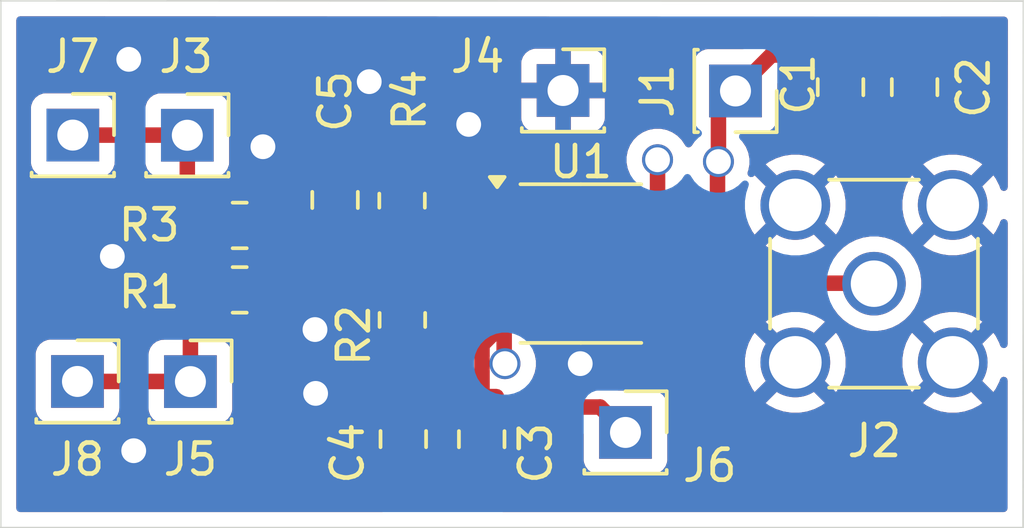
<source format=kicad_pcb>
(kicad_pcb (version 20241229) (generator "pcbnew") (generator_version "9.0")
  (layers (0 "F.Cu" signal) (2 "B.Cu" signal) (13 "F.Paste" user) (15 "B.Paste" user) (5 "F.SilkS" user "F.Silkscreen") (7 "B.SilkS" user "B.Silkscreen") (1 "F.Mask" user) (3 "B.Mask" user) (25 "Edge.Cuts" user))
  (net 0 "")
  (net 1 "+VSW")
  (net 2 "GND")
  (net 3 "-VSW")
  (net 4 "Net-(J2-In)")
  (net 5 "Net-(U1--)")
  (net 6 "Net-(U1-+)")
  (net 8 "Net-(U1-FB)")
  (net 9 "Net-(J3-Pin_1)")
  (net 10 "Net-(J5-Pin_1)")
  (footprint "Package_SO:SOIC-8-1EP_3.9x4.9mm_P1.27mm_EP2.29x3mm" (layer "F.Cu") (at 119.73 67.48)
    (property "Reference" "U1" (at 0 -3.28 0) (layer "F.SilkS"))
    (property "Value" "ADA4817")
    (fp_line (start 0 -2.56) (end -1.95 -2.56) (stroke (width 0.12)) (layer "F.SilkS"))
    (fp_line (start 0 -2.56) (end 1.95 -2.56) (stroke (width 0.12)) (layer "F.SilkS"))
    (fp_line (start 0 2.56) (end -1.95 2.56) (stroke (width 0.12)) (layer "F.SilkS"))
    (fp_line (start 0 2.56) (end 1.95 2.56) (stroke (width 0.12)) (layer "F.SilkS"))
    (fp_poly (pts (xy -2.7 -2.465) (xy -2.94 -2.795) (xy -2.46 -2.795) (xy -2.7 -2.465)) (stroke (width 0.12)) (fill yes) (layer "F.SilkS"))
    (pad "1" smd roundrect (at -2.475 -1.905) (size 1.95 0.6) (layers "F.Cu" "F.Mask" "F.Paste") (net 8 "Net-(U1-FB)"))
    (pad "2" smd roundrect (at -2.475 -0.635) (size 1.95 0.6) (layers "F.Cu" "F.Mask" "F.Paste") (net 5 "Net-(U1--)"))
    (pad "3" smd roundrect (at -2.475 0.635) (size 1.95 0.6) (layers "F.Cu" "F.Mask" "F.Paste") (net 6 "Net-(U1-+)"))
    (pad "4" smd roundrect (at -2.475 1.905) (size 1.95 0.6) (layers "F.Cu" "F.Mask" "F.Paste") (net 3 "-VSW"))
    (pad "5" smd roundrect (at 2.475 1.905) (size 1.95 0.6) (layers "F.Cu" "F.Mask" "F.Paste"))
    (pad "6" smd roundrect (at 2.475 0.635) (size 1.95 0.6) (layers "F.Cu" "F.Mask" "F.Paste") (net 4 "Net-(J2-In)"))
    (pad "7" smd roundrect (at 2.475 -0.635) (size 1.95 0.6) (layers "F.Cu" "F.Mask" "F.Paste") (net 1 "+VSW"))
    (pad "8" smd roundrect (at 2.475 -1.905) (size 1.95 0.6) (layers "F.Cu" "F.Mask" "F.Paste") (net 1 "+VSW"))
    (pad "9" smd rect (at 0 0) (size 2.29 3) (property pad_prop_heatsink) (layers "F.Cu" "F.Mask") (net 2 "GND"))
  )
  (footprint "Capacitor_SMD:C_0805_2012Metric_Pad1.18x1.45mm_HandSolder" (layer "F.Cu") (at 114 73.145 -90)
    (property "Reference" "C4" (at 0.455 1.8 90) (layer "F.SilkS"))
    (property "Value" "C" (hide yes))
    (fp_line (start -0.261252 0.735) (end 0.261252 0.735) (stroke (width 0.12)) (layer "F.SilkS"))
    (fp_line (start -0.261252 -0.735) (end 0.261252 -0.735) (stroke (width 0.12)) (layer "F.SilkS"))
    (pad "1" smd roundrect (at -1.0375 0 270) (size 1.175 1.45) (layers "F.Cu" "F.Mask" "F.Paste") (roundrect_rratio 0.212766) (net 3 "-VSW"))
    (pad "2" smd roundrect (at 1.0375 0 270) (size 1.175 1.45) (layers "F.Cu" "F.Mask" "F.Paste") (roundrect_rratio 0.212766) (net 2 "GND"))
  )
  (footprint "Capacitor_SMD:C_0805_2012Metric_Pad1.18x1.45mm_HandSolder" (layer "F.Cu") (at 128.11 61.7875 -90)
    (property "Reference" "C1" (at -0.0875 1.36 90) (layer "F.SilkS"))
    (property "Value" "C" (hide yes))
    (fp_line (start -0.261252 0.735) (end 0.261252 0.735) (stroke (width 0.12)) (layer "F.SilkS"))
    (fp_line (start -0.261252 -0.735) (end 0.261252 -0.735) (stroke (width 0.12)) (layer "F.SilkS"))
    (pad "1" smd roundrect (at -1.0375 0 270) (size 1.175 1.45) (layers "F.Cu" "F.Mask" "F.Paste") (roundrect_rratio 0.212766) (net 1 "+VSW"))
    (pad "2" smd roundrect (at 1.0375 0 270) (size 1.175 1.45) (layers "F.Cu" "F.Mask" "F.Paste") (roundrect_rratio 0.212766) (net 2 "GND"))
  )
  (footprint "Connector_PinSocket_2.54mm:PinSocket_1x01_P2.54mm_Vertical" (layer "F.Cu") (at 124.72 61.91 -90)
    (property "Reference" "J1" (at 0 2.52 270) (layer "F.SilkS"))
    (property "Value" "Conn_01x01_Pin" (hide yes))
    (fp_line (start -1.33 1.33) (end 1.33 1.33) (stroke (width 0.12)) (layer "F.SilkS"))
    (fp_line (start -1.33 1.21) (end -1.33 1.33) (stroke (width 0.12)) (layer "F.SilkS"))
    (fp_line (start 1.33 1.21) (end 1.33 1.33) (stroke (width 0.12)) (layer "F.SilkS"))
    (fp_line (start 0 -1.33) (end 1.33 -1.33) (stroke (width 0.12)) (layer "F.SilkS"))
    (fp_line (start 1.33 -1.33) (end 1.33 0) (stroke (width 0.12)) (layer "F.SilkS"))
    (pad "1" thru_hole rect (at 0 0 270) (size 1.7 1.7) (drill 1) (layers "*.Cu" "*.Mask") (net 1 "+VSW"))
  )
  (footprint "Capacitor_SMD:C_0805_2012Metric_Pad1.18x1.45mm_HandSolder" (layer "F.Cu") (at 111.7975 65.4275 90)
    (property "Reference" "C5" (at 3.1775 0.0025 90) (layer "F.SilkS"))
    (property "Value" "C" (hide yes))
    (fp_line (start -0.261252 -0.735) (end 0.261252 -0.735) (stroke (width 0.12)) (layer "F.SilkS"))
    (fp_line (start -0.261252 0.735) (end 0.261252 0.735) (stroke (width 0.12)) (layer "F.SilkS"))
    (pad "1" smd roundrect (at -1.0375 0 90) (size 1.175 1.45) (layers "F.Cu" "F.Mask" "F.Paste") (roundrect_rratio 0.212766) (net 5 "Net-(U1--)"))
    (pad "2" smd roundrect (at 1.0375 0 90) (size 1.175 1.45) (layers "F.Cu" "F.Mask" "F.Paste") (roundrect_rratio 0.212766) (net 8 "Net-(U1-FB)"))
  )
  (footprint "Capacitor_SMD:C_0805_2012Metric_Pad1.18x1.45mm_HandSolder" (layer "F.Cu") (at 130.5 61.7875 -90)
    (property "Reference" "C2" (at 0.0125 -1.9 90) (layer "F.SilkS"))
    (property "Value" "C" (hide yes))
    (fp_line (start -0.261252 0.735) (end 0.261252 0.735) (stroke (width 0.12)) (layer "F.SilkS"))
    (fp_line (start -0.261252 -0.735) (end 0.261252 -0.735) (stroke (width 0.12)) (layer "F.SilkS"))
    (pad "1" smd roundrect (at -1.0375 0 270) (size 1.175 1.45) (layers "F.Cu" "F.Mask" "F.Paste") (roundrect_rratio 0.212766) (net 1 "+VSW"))
    (pad "2" smd roundrect (at 1.0375 0 270) (size 1.175 1.45) (layers "F.Cu" "F.Mask" "F.Paste") (roundrect_rratio 0.212766) (net 2 "GND"))
  )
  (footprint "Connector_PinSocket_2.54mm:PinSocket_1x01_P2.54mm_Vertical" (layer "F.Cu") (at 107.13 71.29)
    (property "Reference" "J5" (at 0 2.51 0) (layer "F.SilkS"))
    (property "Value" "Conn_01x01_Pin" (hide yes))
    (fp_line (start -1.33 1.21) (end -1.33 1.33) (stroke (width 0.12)) (layer "F.SilkS"))
    (fp_line (start -1.33 1.33) (end 1.33 1.33) (stroke (width 0.12)) (layer "F.SilkS"))
    (fp_line (start 0 -1.33) (end 1.33 -1.33) (stroke (width 0.12)) (layer "F.SilkS"))
    (fp_line (start 1.33 -1.33) (end 1.33 0) (stroke (width 0.12)) (layer "F.SilkS"))
    (fp_line (start 1.33 1.21) (end 1.33 1.33) (stroke (width 0.12)) (layer "F.SilkS"))
    (pad "1" thru_hole rect (at 0 0) (size 1.7 1.7) (drill 1) (layers "*.Cu" "*.Mask") (net 10 "Net-(J5-Pin_1)"))
  )
  (footprint "Resistor_SMD:R_0805_2012Metric_Pad1.20x1.40mm_HandSolder" (layer "F.Cu") (at 108.72 66.25)
    (property "Reference" "R3" (at -2.92 -0.01 0) (layer "F.SilkS"))
    (property "Value" "R" (hide yes))
    (fp_line (start -0.227064 -0.735) (end 0.227064 -0.735) (stroke (width 0.12)) (layer "F.SilkS"))
    (fp_line (start -0.227064 0.735) (end 0.227064 0.735) (stroke (width 0.12)) (layer "F.SilkS"))
    (pad "1" smd roundrect (at -1 0) (size 1.2 1.4) (layers "F.Cu" "F.Mask" "F.Paste") (roundrect_rratio 0.208333) (net 9 "Net-(J3-Pin_1)"))
    (pad "2" smd roundrect (at 1 0) (size 1.2 1.4) (layers "F.Cu" "F.Mask" "F.Paste") (roundrect_rratio 0.208333) (net 5 "Net-(U1--)"))
  )
  (footprint "Connector_PinSocket_2.54mm:PinSocket_1x01_P2.54mm_Vertical" (layer "F.Cu") (at 107.03 63.34)
    (property "Reference" "J3" (at -0.04 -2.54 0) (layer "F.SilkS"))
    (property "Value" "Conn_01x01_Pin" (hide yes))
    (fp_line (start -1.33 1.21) (end -1.33 1.33) (stroke (width 0.12)) (layer "F.SilkS"))
    (fp_line (start -1.33 1.33) (end 1.33 1.33) (stroke (width 0.12)) (layer "F.SilkS"))
    (fp_line (start 0 -1.33) (end 1.33 -1.33) (stroke (width 0.12)) (layer "F.SilkS"))
    (fp_line (start 1.33 -1.33) (end 1.33 0) (stroke (width 0.12)) (layer "F.SilkS"))
    (fp_line (start 1.33 1.21) (end 1.33 1.33) (stroke (width 0.12)) (layer "F.SilkS"))
    (pad "1" thru_hole rect (at 0 0) (size 1.7 1.7) (drill 1) (layers "*.Cu" "*.Mask") (net 9 "Net-(J3-Pin_1)"))
  )
  (footprint "Capacitor_SMD:C_0805_2012Metric_Pad1.18x1.45mm_HandSolder" (layer "F.Cu") (at 116.53 73.1475 -90)
    (property "Reference" "C3" (at 0.4525 -1.74 90) (layer "F.SilkS"))
    (property "Value" "C" (hide yes))
    (fp_line (start -0.261252 0.735) (end 0.261252 0.735) (stroke (width 0.12)) (layer "F.SilkS"))
    (fp_line (start -0.261252 -0.735) (end 0.261252 -0.735) (stroke (width 0.12)) (layer "F.SilkS"))
    (pad "1" smd roundrect (at -1.0375 0 270) (size 1.175 1.45) (layers "F.Cu" "F.Mask" "F.Paste") (roundrect_rratio 0.212766) (net 3 "-VSW"))
    (pad "2" smd roundrect (at 1.0375 0 270) (size 1.175 1.45) (layers "F.Cu" "F.Mask" "F.Paste") (roundrect_rratio 0.212766) (net 2 "GND"))
  )
  (footprint "Resistor_SMD:R_0805_2012Metric_Pad1.20x1.40mm_HandSolder" (layer "F.Cu") (at 113.97 69.3 90)
    (property "Reference" "R2" (at -0.5 -1.57 90) (layer "F.SilkS"))
    (property "Value" "R" (hide yes))
    (fp_line (start -0.227064 -0.735) (end 0.227064 -0.735) (stroke (width 0.12)) (layer "F.SilkS"))
    (fp_line (start -0.227064 0.735) (end 0.227064 0.735) (stroke (width 0.12)) (layer "F.SilkS"))
    (pad "1" smd roundrect (at -1 0 90) (size 1.2 1.4) (layers "F.Cu" "F.Mask" "F.Paste") (roundrect_rratio 0.208333) (net 2 "GND"))
    (pad "2" smd roundrect (at 1 0 90) (size 1.2 1.4) (layers "F.Cu" "F.Mask" "F.Paste") (roundrect_rratio 0.208333) (net 6 "Net-(U1-+)"))
  )
  (footprint "Connector_PinSocket_2.54mm:PinSocket_1x01_P2.54mm_Vertical" (layer "F.Cu") (at 119.155 61.895)
    (property "Reference" "J4" (at -2.755 -1.095 0) (layer "F.SilkS"))
    (property "Value" "Conn_01x01_Pin" (hide yes))
    (fp_line (start -1.33 1.21) (end -1.33 1.33) (stroke (width 0.12)) (layer "F.SilkS"))
    (fp_line (start -1.33 1.33) (end 1.33 1.33) (stroke (width 0.12)) (layer "F.SilkS"))
    (fp_line (start 0 -1.33) (end 1.33 -1.33) (stroke (width 0.12)) (layer "F.SilkS"))
    (fp_line (start 1.33 -1.33) (end 1.33 0) (stroke (width 0.12)) (layer "F.SilkS"))
    (fp_line (start 1.33 1.21) (end 1.33 1.33) (stroke (width 0.12)) (layer "F.SilkS"))
    (pad "1" thru_hole rect (at 0 0) (size 1.7 1.7) (drill 1) (layers "*.Cu" "*.Mask") (net 2 "GND"))
  )
  (footprint "Connector_PinSocket_2.54mm:PinSocket_1x01_P2.54mm_Vertical" (layer "F.Cu") (at 103.335 63.335)
    (property "Reference" "J7" (at 0 -2.535 0) (layer "F.SilkS"))
    (property "Value" "Conn_01x01_Pin" (hide yes))
    (fp_line (start -1.33 1.21) (end -1.33 1.33) (stroke (width 0.12)) (layer "F.SilkS"))
    (fp_line (start -1.33 1.33) (end 1.33 1.33) (stroke (width 0.12)) (layer "F.SilkS"))
    (fp_line (start 0 -1.33) (end 1.33 -1.33) (stroke (width 0.12)) (layer "F.SilkS"))
    (fp_line (start 1.33 -1.33) (end 1.33 0) (stroke (width 0.12)) (layer "F.SilkS"))
    (fp_line (start 1.33 1.21) (end 1.33 1.33) (stroke (width 0.12)) (layer "F.SilkS"))
    (pad "1" thru_hole rect (at 0 0) (size 1.7 1.7) (drill 1) (layers "*.Cu" "*.Mask") (net 9 "Net-(J3-Pin_1)"))
  )
  (footprint "Connector_PinSocket_2.54mm:PinSocket_1x01_P2.54mm_Vertical" (layer "F.Cu") (at 103.485 71.285)
    (property "Reference" "J8" (at 0 2.515 0) (layer "F.SilkS"))
    (property "Value" "Conn_01x01_Pin" (hide yes))
    (fp_line (start -1.33 1.21) (end -1.33 1.33) (stroke (width 0.12)) (layer "F.SilkS"))
    (fp_line (start -1.33 1.33) (end 1.33 1.33) (stroke (width 0.12)) (layer "F.SilkS"))
    (fp_line (start 0 -1.33) (end 1.33 -1.33) (stroke (width 0.12)) (layer "F.SilkS"))
    (fp_line (start 1.33 -1.33) (end 1.33 0) (stroke (width 0.12)) (layer "F.SilkS"))
    (fp_line (start 1.33 1.21) (end 1.33 1.33) (stroke (width 0.12)) (layer "F.SilkS"))
    (pad "1" thru_hole rect (at 0 0) (size 1.7 1.7) (drill 1) (layers "*.Cu" "*.Mask") (net 10 "Net-(J5-Pin_1)"))
  )
  (footprint "Resistor_SMD:R_0805_2012Metric_Pad1.20x1.40mm_HandSolder" (layer "F.Cu") (at 113.96 65.45 90)
    (property "Reference" "R4" (at 3.25 0.24 90) (layer "F.SilkS"))
    (property "Value" "R" (hide yes))
    (fp_line (start -0.227064 -0.735) (end 0.227064 -0.735) (stroke (width 0.12)) (layer "F.SilkS"))
    (fp_line (start -0.227064 0.735) (end 0.227064 0.735) (stroke (width 0.12)) (layer "F.SilkS"))
    (pad "1" smd roundrect (at -1 0 90) (size 1.2 1.4) (layers "F.Cu" "F.Mask" "F.Paste") (roundrect_rratio 0.208333) (net 5 "Net-(U1--)"))
    (pad "2" smd roundrect (at 1 0 90) (size 1.2 1.4) (layers "F.Cu" "F.Mask" "F.Paste") (roundrect_rratio 0.208333) (net 8 "Net-(U1-FB)"))
  )
  (footprint "Connector_PinSocket_2.54mm:PinSocket_1x01_P2.54mm_Vertical" (layer "F.Cu") (at 121.17 72.93)
    (property "Reference" "J6" (at 2.72 1.07 0) (layer "F.SilkS"))
    (property "Value" "Conn_01x01_Pin" (hide yes))
    (fp_line (start -1.33 1.21) (end -1.33 1.33) (stroke (width 0.12)) (layer "F.SilkS"))
    (fp_line (start -1.33 1.33) (end 1.33 1.33) (stroke (width 0.12)) (layer "F.SilkS"))
    (fp_line (start 0 -1.33) (end 1.33 -1.33) (stroke (width 0.12)) (layer "F.SilkS"))
    (fp_line (start 1.33 -1.33) (end 1.33 0) (stroke (width 0.12)) (layer "F.SilkS"))
    (fp_line (start 1.33 1.21) (end 1.33 1.33) (stroke (width 0.12)) (layer "F.SilkS"))
    (pad "1" thru_hole rect (at 0 0) (size 1.7 1.7) (drill 1) (layers "*.Cu" "*.Mask") (net 3 "-VSW"))
  )
  (footprint "Connector_Coaxial:SMA_Amphenol_901-144_Vertical" (layer "F.Cu") (at 129.19 68.13)
    (property "Reference" "J2" (at 0.01 5.07 0) (layer "F.SilkS"))
    (property "Value" "Conn_Coaxial" (hide yes))
    (fp_line (start -3.355 -1.45) (end -3.355 1.45) (stroke (width 0.12)) (layer "F.SilkS"))
    (fp_line (start -1.45 -3.355) (end 1.45 -3.355) (stroke (width 0.12)) (layer "F.SilkS"))
    (fp_line (start -1.45 3.355) (end 1.45 3.355) (stroke (width 0.12)) (layer "F.SilkS"))
    (fp_line (start 3.355 -1.45) (end 3.355 1.45) (stroke (width 0.12)) (layer "F.SilkS"))
    (pad "1" thru_hole circle (at 0 0) (size 2.05 2.05) (drill 1.5) (layers "*.Cu" "*.Mask") (net 4 "Net-(J2-In)"))
    (pad "2" thru_hole circle (at -2.54 -2.54) (size 2.25 2.25) (drill 1.7) (layers "*.Cu" "*.Mask") (net 2 "GND"))
    (pad "2" thru_hole circle (at -2.54 2.54) (size 2.25 2.25) (drill 1.7) (layers "*.Cu" "*.Mask") (net 2 "GND"))
    (pad "2" thru_hole circle (at 2.54 -2.54) (size 2.25 2.25) (drill 1.7) (layers "*.Cu" "*.Mask") (net 2 "GND"))
    (pad "2" thru_hole circle (at 2.54 2.54) (size 2.25 2.25) (drill 1.7) (layers "*.Cu" "*.Mask") (net 2 "GND"))
  )
  (footprint "Resistor_SMD:R_0805_2012Metric_Pad1.20x1.40mm_HandSolder" (layer "F.Cu") (at 108.72 68.33)
    (property "Reference" "R1" (at -2.92 0.07 0) (layer "F.SilkS"))
    (property "Value" "R" (hide yes))
    (fp_line (start -0.227064 -0.735) (end 0.227064 -0.735) (stroke (width 0.12)) (layer "F.SilkS"))
    (fp_line (start -0.227064 0.735) (end 0.227064 0.735) (stroke (width 0.12)) (layer "F.SilkS"))
    (pad "1" smd roundrect (at -1 0) (size 1.2 1.4) (layers "F.Cu" "F.Mask" "F.Paste") (roundrect_rratio 0.208333) (net 10 "Net-(J5-Pin_1)"))
    (pad "2" smd roundrect (at 1 0) (size 1.2 1.4) (layers "F.Cu" "F.Mask" "F.Paste") (roundrect_rratio 0.208333) (net 6 "Net-(U1-+)"))
  )
  (gr_line (start 134.01 59.01) (end 101.01 59) (stroke (width 0.05)) (layer "Edge.Cuts"))
  (gr_line (start 134.01 59.01) (end 134 76) (stroke (width 0.05)) (layer "Edge.Cuts"))
  (gr_line (start 101.01 76) (end 134 76) (stroke (width 0.05)) (layer "Edge.Cuts"))
  (gr_line (start 101.01 59) (end 101.01 76) (stroke (width 0.05)) (layer "Edge.Cuts"))
  (segment (start 123.765 66.845) (end 122.205 66.845) (width 0.5) (layer "F.Cu") (net 1))
  (segment (start 124.17 64.19) (end 124.14 64.22) (width 0.5) (layer "F.Cu") (net 1))
  (segment (start 122.205 64.13) (end 122.205 65.575) (width 0.5) (layer "F.Cu") (net 1))
  (segment (start 125.88 60.75) (end 124.72 61.91) (width 0.5) (layer "F.Cu") (net 1))
  (segment (start 124.17 62.46) (end 124.72 61.91) (width 0.5) (layer "F.Cu") (net 1))
  (segment (start 128.11 60.75) (end 125.88 60.75) (width 0.5) (layer "F.Cu") (net 1))
  (segment (start 124.17 64.19) (end 124.17 62.46) (width 0.5) (layer "F.Cu") (net 1))
  (segment (start 124.14 64.22) (end 124.14 66.47) (width 0.5) (layer "F.Cu") (net 1))
  (segment (start 124.14 66.47) (end 123.765 66.845) (width 0.5) (layer "F.Cu") (net 1))
  (segment (start 130.5 60.75) (end 128.11 60.75) (width 0.5) (layer "F.Cu") (net 1))
  (via (at 122.205 64.13) (size 1) (drill 0.8) (layers "F.Cu" "B.Cu") (net 1))
  (via (at 124.17 64.19) (size 1) (drill 0.8) (layers "F.Cu" "B.Cu") (net 1))
  (via (at 111.15 69.61) (size 1) (drill 0.8) (layers "F.Cu" "B.Cu") (net 2))
  (via (at 112.9 61.61) (size 1) (drill 0.8) (layers "F.Cu" "B.Cu") (net 2))
  (via (at 111.17 71.67) (size 1) (drill 0.8) (layers "F.Cu" "B.Cu") (net 2))
  (via (at 105.14 60.89) (size 1) (drill 0.8) (layers "F.Cu" "B.Cu") (net 2))
  (via (at 104.61 67.25) (size 1) (drill 0.8) (layers "F.Cu" "B.Cu") (net 2))
  (via (at 105.3 73.52) (size 1) (drill 0.8) (layers "F.Cu" "B.Cu") (net 2))
  (via (at 109.47 63.71) (size 1) (drill 0.8) (layers "F.Cu" "B.Cu") (net 2))
  (via (at 119.71 70.71) (size 1) (drill 0.8) (layers "F.Cu" "B.Cu") (net 2))
  (via (at 116.11 62.99) (size 1) (drill 0.8) (layers "F.Cu" "B.Cu") (net 2))
  (segment (start 116.54 70.1) (end 116.54 72.175) (width 0.5) (layer "F.Cu") (net 3))
  (segment (start 120.35 72.11) (end 121.17 72.93) (width 0.5) (layer "F.Cu") (net 3))
  (segment (start 117.255 69.385) (end 117.255 70.685) (width 0.5) (layer "F.Cu") (net 3))
  (segment (start 117.255 70.685) (end 117.28 70.71) (width 0.5) (layer "F.Cu") (net 3))
  (segment (start 117.255 69.385) (end 116.54 70.1) (width 0.5) (layer "F.Cu") (net 3))
  (segment (start 114 72.1075) (end 116.4725 72.1075) (width 0.5) (layer "F.Cu") (net 3))
  (segment (start 116.53 72.11) (end 120.35 72.11) (width 0.5) (layer "F.Cu") (net 3))
  (segment (start 116.4725 72.1075) (end 116.54 72.175) (width 0.5) (layer "F.Cu") (net 3))
  (via (at 117.28 70.71) (size 1) (drill 0.8) (layers "F.Cu" "B.Cu") (net 3))
  (segment (start 122.205 68.115) (end 129.175 68.115) (width 0.5) (layer "F.Cu") (net 4))
  (segment (start 129.175 68.115) (end 129.19 68.13) (width 0.5) (layer "F.Cu") (net 4))
  (segment (start 109.935 66.465) (end 109.72 66.25) (width 0.5) (layer "F.Cu") (net 5))
  (segment (start 113.665 66.465) (end 111.7975 66.465) (width 0.5) (layer "F.Cu") (net 5))
  (segment (start 114.355 66.845) (end 113.96 66.45) (width 0.5) (layer "F.Cu") (net 5))
  (segment (start 113.68 66.45) (end 113.665 66.465) (width 0.5) (layer "F.Cu") (net 5))
  (segment (start 113.96 66.45) (end 113.68 66.45) (width 0.5) (layer "F.Cu") (net 5))
  (segment (start 111.7975 66.465) (end 109.935 66.465) (width 0.5) (layer "F.Cu") (net 5))
  (segment (start 117.255 66.845) (end 114.355 66.845) (width 0.5) (layer "F.Cu") (net 5))
  (segment (start 117.255 68.115) (end 114.155 68.115) (width 0.5) (layer "F.Cu") (net 6))
  (segment (start 114.155 68.115) (end 113.97 68.3) (width 0.5) (layer "F.Cu") (net 6))
  (segment (start 113.97 68.3) (end 109.87 68.3) (width 0.5) (layer "F.Cu") (net 6))
  (segment (start 109.87 68.3) (end 109.84 68.33) (width 0.5) (layer "F.Cu") (net 6))
  (segment (start 113.9 64.39) (end 113.96 64.45) (width 0.5) (layer "F.Cu") (net 8))
  (segment (start 111.7975 64.39) (end 113.9 64.39) (width 0.5) (layer "F.Cu") (net 8))
  (segment (start 113.96 64.45) (end 116.13 64.45) (width 0.5) (layer "F.Cu") (net 8))
  (segment (start 116.13 64.45) (end 117.255 65.575) (width 0.5) (layer "F.Cu") (net 8))
  (segment (start 103.335 63.335) (end 107.025 63.335) (width 0.5) (layer "F.Cu") (net 9))
  (segment (start 107.03 65.56) (end 107.72 66.25) (width 0.5) (layer "F.Cu") (net 9))
  (segment (start 107.03 63.34) (end 107.03 65.56) (width 0.5) (layer "F.Cu") (net 9))
  (segment (start 107.025 63.335) (end 107.03 63.34) (width 0.5) (layer "F.Cu") (net 9))
  (segment (start 107.13 68.92) (end 107.72 68.33) (width 0.5) (layer "F.Cu") (net 10))
  (segment (start 107.13 71.29) (end 107.13 68.92) (width 0.5) (layer "F.Cu") (net 10))
  (segment (start 103.485 71.285) (end 107.125 71.285) (width 0.5) (layer "F.Cu") (net 10))
  (segment (start 107.125 71.285) (end 107.13 71.29) (width 0.5) (layer "F.Cu") (net 10))
  (zone (net 2) (net_name "GND") (layer "F.Cu") (connect_pads (clearance 0.5)) (min_thickness 0.25) (fill yes (thermal_gap 0.5) (thermal_bridge_width 0.5))
    (polygon (pts (xy 134.01 59.01) (xy 134 75.99) (xy 101.01 76) (xy 101.01 59)))
  )
  (zone (net 2) (net_name "GND") (layer "B.Cu") (priority 1) (connect_pads (clearance 0.5)) (min_thickness 0.25) (fill yes (thermal_gap 0.5) (thermal_bridge_width 0.5))
    (polygon (pts (xy 101.01 59) (xy 134.01 59.01) (xy 134 75.99) (xy 101.01 76)))
  )
)
</source>
